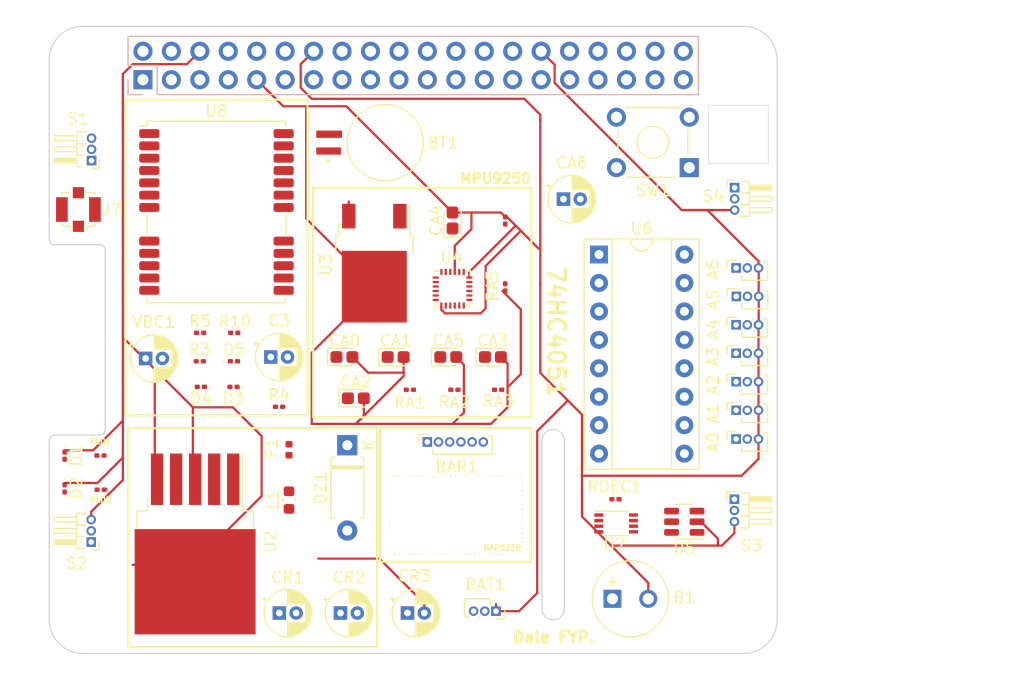
<source format=kicad_pcb>
(kicad_pcb (version 20221018) (generator pcbnew)
  (title_block (date "15 nov 2012"))
  (layers (0 "F.Cu" power) (1 "In1.Cu" power) (2 "In2.Cu" signal) (31 "B.Cu" signal) (34 "B.Paste" user) (35 "F.Paste" user) (36 "B.SilkS" user "B.Silkscreen") (37 "F.SilkS" user "F.Silkscreen") (38 "B.Mask" user) (39 "F.Mask" user) (44 "Edge.Cuts" user))
  (net 0 "")
  (net 1 "/GPIO[2]{slash}SDA1")
  (net 2 "/GPIO[3]{slash}SCL1")
  (net 3 "/GPIO[4]{slash}GPCLK0")
  (net 4 "/GPIO[14]{slash}TXD0")
  (net 5 "/GPIO[15]{slash}RXD0")
  (net 6 "/GPIO[17]")
  (net 7 "/GPIO[18]{slash}PCM.CLK")
  (net 8 "/GPIO[27]")
  (net 9 "/GPIO[22]")
  (net 10 "/GPIO[23]")
  (net 11 "/GPIO[24]")
  (net 12 "/GPIO[10]{slash}SPI0.MOSI")
  (net 13 "/GPIO[9]{slash}SPI0.MISO")
  (net 14 "Net-(AE2-A)")
  (net 15 "/GPIO[11]{slash}SPI0.SCLK")
  (net 16 "/GPIO[8]{slash}SPI0.CE0")
  (net 17 "/GPIO[7]{slash}SPI0.CE1")
  (net 18 "/ID_SDA")
  (net 19 "/ID_SCL")
  (net 20 "/GPIO[5]")
  (net 21 "/GPIO[6]")
  (net 22 "/GPIO[12]{slash}PWM0")
  (net 23 "/GPIO[13]{slash}PWM1")
  (net 24 "/GPIO[19]{slash}PCM.FS")
  (net 25 "/GPIO[26]")
  (net 26 "NEG_OUT")
  (net 27 "VCC")
  (net 28 "S0")
  (net 29 "+5V")
  (net 30 "+3V3")
  (net 31 "S1")
  (net 32 "Net-(U4-REGOUT)")
  (net 33 "POS_OUT")
  (net 34 "Net-(U7-VCCB)")
  (net 35 "+3.3V")
  (net 36 "S2")
  (net 37 "Net-(D1-A)")
  (net 38 "SCL")
  (net 39 "SDA")
  (net 40 "CS")
  (net 41 "ADO")
  (net 42 "FSYNC")
  (net 44 "INT")
  (net 46 "Net-(D2-A)")
  (net 47 "Net-(DZ1-K)")
  (net 51 "SCLK_ADC")
  (net 52 "Net-(RDEC1-Pad2)")
  (net 54 "CS1")
  (net 57 "Net-(U5-AIN)")
  (net 58 "VBACKUP")
  (net 69 "LVLSHIFT")
  (net 73 "Net-(U7-DIR)")
  (net 75 "D_SEL")
  (net 76 "TIMEPULSE")
  (net 77 "RST")
  (net 78 "LNA_EN")
  (net 79 "Net-(U8-SDA{slash}~{SPI_CS})")
  (net 80 "Net-(U8-SCL{slash}SPI_CLK)")
  (net 81 "Net-(U8-TXD{slash}SPI_MISO)")
  (net 82 "Net-(U8-RXD{slash}SPI_MOSI)")
  (net 86 "Net-(D3-A)")
  (net 87 "Net-(D4-A)")
  (net 88 "Net-(D5-K)")
  (net 89 "Net-(A_0-Pin_1)")
  (net 92 "Net-(BAT1-Pin_2)")
  (footprint "LED_SMD:LED_0201_0603Metric" (layer "F.Cu") (at 113.538 76.2 180)
    (fp_text reference "D4")
    (fp_text value "PWR")
  )
  (footprint "MountingHole:MountingHole_2.7mm_M2.5" (layer "F.Cu") (at 161.5 47.5)
    (fp_text reference "MH2" hide)
    (fp_text value "MountingHole_2.7mm_M2.5" hide)
  )
  (footprint "Connector_PinHeader_1.00mm:PinHeader_1x03_P1.00mm_Horizontal" (layer "F.Cu") (at 103.782099 55.991 180)
    (fp_text reference "S1")
    (fp_text value "Conn_01x03_Male")
  )
  (footprint "Resistor_SMD:R_0201_0603Metric" (layer "F.Cu") (at 120.523 77.978)
    (fp_text reference "R4")
    (fp_text value "220")
  )
  (footprint "Fuse:Fuse_0402_1005Metric" (layer "F.Cu") (at 121.412 81.811 90)
    (fp_text reference "F1")
    (fp_text value "5A")
  )
  (footprint "Resistor_SMD:R_0201_0603Metric" (layer "F.Cu") (at 140.716 67.31 -90)
    (fp_text reference "RA5")
    (fp_text value "10k")
  )
  (footprint "Resistor_SMD:R_0201_0603Metric" (layer "F.Cu") (at 132.207 76.454)
    (fp_text reference "RA1")
    (fp_text value "10k")
  )
  (footprint "Connector_Coaxial:U.FL_Molex_MCRF_73412-0110_Vertical" (layer "F.Cu") (at 102.608458 60.362031)
    (fp_text reference "J7")
    (fp_text value "Conn_Coaxial")
  )
  (footprint "Button_Switch_THT:SW_TH_Tactile_Omron_B3F-10xx" (layer "F.Cu") (at 157.156447 56.618791 180)
    (fp_text reference "SW1")
    (fp_text value "SW_Push")
  )
  (footprint "LED_SMD:LED_0201_0603Metric" (layer "F.Cu") (at 101.376881 85.263732 -90)
    (fp_text reference "D2")
    (fp_text value "LED")
  )
  (footprint "Connector_PinSocket_1.00mm:PinSocket_1x03_P1.00mm_Vertical" (layer "F.Cu") (at 161.337858 78.283825 90)
    (fp_text reference "A1")
    (fp_text value "Conn_01x03_Female")
  )
  (footprint "Inductor_SMD:L_0603_1608Metric" (layer "F.Cu") (at 121.412 86.308105 90)
    (fp_text reference "L1")
    (fp_text value "INDUCTOR")
  )
  (footprint "Resistor_SMD:R_0201_0603Metric" (layer "F.Cu") (at 136.18 76.454 180)
    (fp_text reference "RA2")
    (fp_text value "10k")
  )
  (footprint "Connector_PinSocket_1.00mm:PinSocket_1x03_P1.00mm_Vertical" (layer "F.Cu") (at 161.353858 68.117825 90)
    (fp_text reference "A5")
    (fp_text value "Conn_01x03_Female")
  )
  (footprint "Capacitor_THT:CP_Radial_D4.0mm_P1.50mm" (layer "F.Cu") (at 108.609 73.66)
    (fp_text reference "VBC1")
    (fp_text value "100nF")
  )
  (footprint "RF_GPS:ublox_NEO" (layer "F.Cu") (at 114.935 60.579)
    (fp_text reference "U8")
    (fp_text value "NEO-M8N")
  )
  (footprint "Capacitor_THT:CP_Radial_D4.0mm_P1.50mm" (layer "F.Cu") (at 120.547 96.393)
    (fp_text reference "CR1")
    (fp_text value "100uF")
  )
  (footprint "Connector_PinSocket_1.00mm:PinSocket_1x03_P1.00mm_Vertical" (layer "F.Cu") (at 161.337858 73.197825 90)
    (fp_text reference "A3")
    (fp_text value "Conn_01x03_Female")
  )
  (footprint "Resistor_SMD:R_0201_0603Metric" (layer "F.Cu") (at 116.52 71.374)
    (fp_text reference "R10")
    (fp_text value "1k")
  )
  (footprint "Connector_PinHeader_1.00mm:PinHeader_1x03_P1.00mm_Horizontal" (layer "F.Cu") (at 103.748507 90.055318 180)
    (fp_text reference "S2")
    (fp_text value "Conn_01x03_Male")
  )
  (footprint "Resistor_SMD:R_0201_0603Metric" (layer "F.Cu") (at 113.447 73.914)
    (fp_text reference "R3")
    (fp_text value "2.2k")
  )
  (footprint "Connector_PinHeader_1.00mm:PinHeader_1x03_P1.00mm_Horizontal" (layer "F.Cu") (at 161.205048 58.410102)
    (fp_text reference "S4")
    (fp_text value "Conn_01x03_Male")
  )
  (footprint "Capacitor_THT:CP_Radial_D4.0mm_P1.50mm" (layer "F.Cu") (at 126.008 96.393)
    (fp_text reference "CR2")
    (fp_text value "100uF")
  )
  (footprint "Capacitor_Tantalum_SMD:CP_EIA-1608-08_AVX-J" (layer "F.Cu") (at 127.381 77.216)
    (fp_text reference "CA2")
    (fp_text value "100nF")
  )
  (footprint "MountingHole:MountingHole_2.7mm_M2.5" (layer "F.Cu") (at 103.5 96.5)
    (fp_text reference "MH3" hide)
    (fp_text value "MountingHole_2.7mm_M2.5" hide)
  )
  (footprint "Sensor_Motion:InvenSense_QFN-24_3x3mm_P0.4mm" (layer "F.Cu") (at 136.017 67.437)
    (fp_text reference "U4")
    (fp_text value "MPU-9250")
  )
  (footprint "Capacitor_Tantalum_SMD:CP_EIA-1608-08_AVX-J" (layer "F.Cu") (at 139.6225 73.533)
    (fp_text reference "CA3")
    (fp_text value "10nF")
  )
  (footprint "Package_TO_SOT_SMD:TSOT-23-6" (layer "F.Cu") (at 156.710012 88.239879 180)
    (fp_text reference "U5")
    (fp_text value "ADS7866")
  )
  (footprint "Resistor_SMD:R_0201_0603Metric" (layer "F.Cu") (at 113.477 71.374)
    (fp_text reference "R5")
    (fp_text value "220")
  )
  (footprint "Capacitor_THT:CP_Radial_D4.0mm_P1.50mm" (layer "F.Cu") (at 131.992401 96.393)
    (fp_text reference "CR3")
    (fp_text value "1000uF")
  )
  (footprint "Capacitor_Tantalum_SMD:CP_EIA-1608-08_AVX-J" (layer "F.Cu") (at 136.017 61.341 90)
    (fp_text reference "CA4")
    (fp_text value "100nF")
  )
  (footprint "MountingHole:MountingHole_2.7mm_M2.5" (layer "F.Cu") (at 103.5 47.5)
    (fp_text reference "MH1" hide)
    (fp_text value "MountingHole_2.7mm_M2.5" hide)
  )
  (footprint "Package_SO:VSSOP-8_2.3x2mm_P0.5mm" (layer "F.Cu") (at 150.622 88.392)
    (fp_text reference "U7")
    (fp_text value "74LVC2T45DC")
  )
  (footprint "LED_SMD:LED_0201_0603Metric" (layer "F.Cu") (at 101.376881 82.342732 -90)
    (fp_text reference "D1")
    (fp_text value "LED")
  )
  (footprint "Package_DIP:DIP-16_W7.62mm_Socket" (layer "F.Cu") (at 149.098 64.379)
    (fp_text reference "U6")
    (fp_text value "74HC4051")
  )
  (footprint "Package_TO_SOT_SMD:TO-263-5_TabPin3" (layer "F.Cu") (at 113.03 90.224 -90)
    (fp_text reference "U2")
    (fp_text value "LM2576HVS-5")
  )
  (footprint "Resistor_SMD:R_0201_0603Metric" (layer "F.Cu") (at 140.716 61.341 90)
    (fp_text reference "RA4" hide)
    (fp_text value "10k")
  )
  (footprint "Connector_PinSocket_1.00mm:PinSocket_1x03_P1.00mm_Vertical" (layer "F.Cu") (at 161.337858 75.737825 90)
    (fp_text reference "A2")
    (fp_text value "Conn_01x03_Female")
  )
  (footprint "Resistor_SMD:R_0201_0603Metric" (layer "F.Cu") (at 140.081 76.454 180)
    (fp_text reference "RA3")
    (fp_text value "10k")
  )
  (footprint "Resistor_SMD:R_0201_0603Metric" (layer "F.Cu") (at 150.561 86.233 180)
    (fp_text reference "RDEC1")
    (fp_text value "1k")
  )
  (footprint "Connector_PinSocket_1.00mm:PinSocket_1x06_P1.00mm_Vertical" (layer "F.Cu") (at 133.763 81.117 90)
    (fp_text reference "BAR1")
    (fp_text value "PinSocket_1x06_P1.00mm_Vertical")
  )
  (footprint "MountingHole:MountingHole_2.7mm_M2.5" (layer "F.Cu") (at 161.5 96.5)
    (fp_text reference "MH4" hide)
    (fp_text value "MountingHole_2.7mm_M2.5" hide)
  )
  (footprint "Connector_PinSocket_1.00mm:PinSocket_1x03_P1.00mm_Vertical" (layer "F.Cu") (at 161.337858 65.577825 90)
    (fp_text reference "A6")
    (fp_text value "Conn_01x03_Female")
  )
  (footprint "MS621FE-FL11E:BAT_MS621FE-FL11E" (layer "F.Cu") (at 129.998876 54.388113 180)
    (fp_text reference "BT1")
    (fp_text value "MS621FE-FL11E")
  )
  (footprint "Diode_THT:D_A-405_P7.62mm_Horizontal" (layer "F.Cu") (at 126.619 81.407 -90)
    (fp_text reference "DZ1")
    (fp_text value "D_Zener")
  )
  (footprint "Connector_PinSocket_1.00mm:PinSocket_1x03_P1.00mm_Vertical" (layer "F.Cu") (at 161.337858 80.853825 90)
    (fp_text reference "A0")
    (fp_text value "Conn_01x03_Female")
  )
  (footprint "Diode_SMD:D_0201_0603Metric" (layer "F.Cu") (at 116.495 73.914)
    (fp_text reference "D5")
    (fp_text value "D_Zener")
  )
  (footprint "Capacitor_THT:CP_Radial_D4.0mm_P1.50mm" (layer "F.Cu") (at 119.785 73.533)
    (fp_text reference "C3")
    (fp_text value "1uF")
  )
  (footprint "Connector_PinSocket_1.00mm:PinSocket_1x03_P1.00mm_Vertical" (layer "F.Cu") (at 139.894024 96.226839 -90)
    (fp_text reference "BAT1")
    (fp_text value "Conn_01x03_Socket")
  )
  (footprint "Connector_PinHeader_1.00mm:PinHeader_1x03_P1.00mm_Horizontal" (layer "F.Cu") (at 161.185 86.233)
    (fp_text reference "S3")
    (fp_text value "Conn_01x03_Male")
  )
  (footprint "Capacitor_Tantalum_SMD:CP_EIA-1608-08_AVX-J" (layer "F.Cu") (at 135.636 73.533)
    (fp_text reference "CA5")
    (fp_text value "100nF")
  )
  (footprint "Buzzer_Beeper:MagneticBuzzer_Kingstate_KCG0601" (layer "F.Cu") (at 150.292 95.123)
    (fp_text reference "B1")
    (fp_text value "Buzzer")
  )
  (footprint "Capacitor_THT:CP_Radial_D4.0mm_P1.50mm" (layer "F.Cu") (at 145.923772 59.431567)
    (fp_text reference "CA6")
    (fp_text value "4.7uF")
  )
  (footprint "Capacitor_Tantalum_SMD:CP_EIA-1608-08_AVX-J" (layer "F.Cu") (at 130.937 73.533)
    (fp_text reference "CA1")
    (fp_text value "10uF")
  )
  (footprint "Resistor_SMD:R_0201_0603Metric" (layer "F.Cu") (at 104.598974 85.380342 180)
    (fp_text reference "RLD2")
    (fp_text value "1k")
  )
  (footprint "Capacitor_Tantalum_SMD:CP_EIA-1608-08_AVX-J" (layer "F.Cu") (at 126.365 73.533)
    (fp_text reference "CA0")
    (fp_text value "4.7uF")
  )
  (footprint "LED_SMD:LED_0201_0603Metric" (layer "F.Cu") (at 116.459 76.2 180)
    (fp_text reference "D3")
    (fp_text value "ACT")
  )
  (footprint "Package_TO_SOT_SMD:TO-252-2" (layer "F.Cu") (at 129.032 65.151 -90)
    (fp_text reference "U3")
    (fp_text value "LP38693DT-3.3")
  )
  (footprint "Resistor_SMD:R_0201_0603Metric" (layer "F.Cu") (at 104.576858 82.328268)
    (fp_text reference "RLD1")
    (fp_text value "1k")
  )
  (footprint "Connector_PinSocket_1.00mm:PinSocket_1x03_P1.00mm_Vertical" (layer "F.Cu") (at 161.337858 70.657825 90)
    (fp_text reference "A4")
    (fp_text value "Conn_01x03_Female")
  )
  (footprint "Connector_PinSocket_2.54mm:PinSocket_2x20_P2.54mm_Vertical" (layer "B.Cu") (at 108.37 48.77 -90)
    (fp_text reference "J1" hide)
    (fp_text value "GPIO")
  )
  (gr_rect (start 123.571 58.42) (end 143.053 78.918) (stroke (width 0.2)) (fill none) (layer "F.SilkS"))
  (gr_rect (start 107.061 79.883) (end 129.286 99.441) (stroke (width 0.2)) (fill none) (layer "F.SilkS"))
  (gr_rect (start 129.54 79.883) (end 143.002 91.821) (stroke (width 0.2)) (fill none) (layer "F.SilkS"))
  (gr_rect (start 130.392784 84.189712) (end 142.205031 91.140224) (stroke (width 0.1) (type dot)) (fill none) (layer "F.SilkS"))
  (gr_rect (start 106.807 50.546) (end 123.063 78.74) (stroke (width 0.2)) (fill none) (layer "F.SilkS"))
  (gr_arc (start 100.5 63.5) (mid 100.146447 63.353553) (end 100 63) (stroke (width 0.1)) (layer "Edge.Cuts"))
  (gr_arc (start 162 44) (mid 164.12132 44.87868) (end 165 47) (stroke (width 0.1)) (layer "Edge.Cuts"))
  (gr_line (start 165 97) (end 165 47) (stroke (width 0.1)) (layer "Edge.Cuts"))
  (gr_line (start 100 47) (end 100 63) (stroke (width 0.1)) (layer "Edge.Cuts"))
  (gr_line (start 146 81) (end 146 96) (stroke (width 0.1)) (layer "Edge.Cuts"))
  (gr_line (start 144 96) (end 144 81) (stroke (width 0.1)) (layer "Edge.Cuts"))
  (gr_arc (start 103 100) (mid 100.87868 99.12132) (end 100 97) (stroke (width 0.1)) (layer "Edge.Cuts"))
  (gr_line (start 103 100) (end 162 100) (stroke (width 0.1)) (layer "Edge.Cuts"))
  (gr_line (start 104.5 80.5) (end 100.5 80.5) (stroke (width 0.1)) (layer "Edge.Cuts"))
  (gr_rect (start 158.877 51.054) (end 164.211 56.261) (stroke (width 0.05)) (fill none) (layer "Edge.Cuts"))
  (gr_arc (start 144 81) (mid 145 80) (end 146 81) (stroke (width 0.1)) (layer "Edge.Cuts"))
  (gr_arc (start 100 81) (mid 100.146138 80.646755) (end 100.499127 80.500001) (stroke (width 0.1)) (layer "Edge.Cuts"))
  (gr_arc (start 165 97) (mid 164.12132 99.12132) (end 162 100) (stroke (width 0.1)) (layer "Edge.Cuts"))
  (gr_line (start 105 64) (end 105 80) (stroke (width 0.1)) (layer "Edge.Cuts"))
  (gr_arc (start 100 47) (mid 100.87868 44.87868) (end 103 44) (stroke (width 0.1)) (layer "Edge.Cuts"))
  (gr_arc (start 146 96) (mid 145 97) (end 144 96) (stroke (width 0.1)) (layer "Edge.Cuts"))
  (gr_line (start 100 81) (end 100 97) (stroke (width 0.1)) (layer "Edge.Cuts"))
  (gr_line (start 100.5 63.5) (end 104.5 63.5) (stroke (width 0.1)) (layer "Edge.Cuts"))
  (gr_arc (start 105 80) (mid 104.853553 80.353553) (end 104.5 80.5) (stroke (width 0.1)) (layer "Edge.Cuts"))
  (gr_arc (start 104.5 63.5) (mid 104.853553 63.646447) (end 105 64) (stroke (width 0.1)) (layer "Edge.Cuts"))
  (gr_line (start 162 44) (end 103 44) (stroke (width 0.1)) (layer "Edge.Cuts"))
  (gr_text "MPU9250" (at 136.535741 58.111983) (layer "F.SilkS") (effects (font (size 0.9 0.9) (thickness 0.225) bold) (justify left bottom)))
  (gr_text "Dale FYP." (at 145.034 98.552) (layer "F.SilkS") (effects (font (size 1 1) (thickness 0.25))))
  (gr_text "BAR9250" (at 140.462 90.551) (layer "F.SilkS") (effects (font (size 0.5 0.5) (thickness 0.125))))
  (gr_text "74HC4051\n" (at 144.399 65.278 -90) (layer "F.SilkS") (effects (font (size 1.5 1.5) (thickness 0.3) bold) (justify left bottom)))
  (segment (start 103.931709 81.857732) (end 106.485291 79.30415) (width 0.2) (layer "F.Cu") (net 26))
  (segment (start 140.3235 60.6285) (end 140.716 61.021) (width 0.2) (layer "F.Cu") (net 26))
  (segment (start 141.263 62.191) (end 141.652343 61.801657) (width 0.2) (layer "F.Cu") (net 26))
  (segment (start 112.827 92.087) (end 118.96821 85.94579) (width 0.2) (layer "F.Cu") (net 26))
  (segment (start 103.748507 87.346494) (end 103.748507 88.055318) (width 0.2) (layer "F.Cu") (net 26))
  (segment (start 150.167777 90.370861) (end 149.737586 89.940669) (width 0.2) (layer "F.Cu") (net 26))
  (segment (start 153.492 93.695084) (end 150.167777 90.370861) (width 0.2) (layer "F.Cu") (net 26))
  (segment (start 142.113 75.057) (end 141.009 76.161) (width 0.2) (layer "F.Cu") (net 26))
  (segment (start 163.337858 78.283825) (end 163.337858 80.853825) (width 0.2) (layer "F.Cu") (net 26))
  (segment (start 142.113 69.469) (end 142.113 75.057) (width 0.2) (layer "F.Cu") (net 26))
  (segment (start 159.598898 90.370861) (end 150.167777 90.370861) (width 0.2) (layer "F.Cu") (net 26))
  (segment (start 137.03 78.489) (end 136.017 79.502) (width 0.2) (layer "F.Cu") (net 26))
  (segment (start 153.492 95.123) (end 153.492 93.695084) (width 0.2) (layer "F.Cu") (net 26))
  (segment (start 139.894024 96.226839) (end 139.894024 95.601839) (width 0.2) (layer "F.Cu") (net 26))
  (segment (start 129.032 67.251) (end 129.032 67.551) (width 0.2) (layer "F.Cu") (net 26))
  (segment (start 163.353858 68.117825) (end 163.353858 70.641825) (width 0.2) (layer "F.Cu") (net 26))
  (segment (start 137.517 66.437) (end 137.517 65.937) (width 0.2) (layer "F.Cu") (net 26))
  (segment (start 140.716 61.021) (end 140.871685 61.021) (width 0.2) (layer "F.Cu") (net 26))
  (segment (start 128.4745 74.93) (end 131.572 74.93) (width 0.2) (layer "F.Cu") (net 26))
  (segment (start 141.652343 61.801657) (end 142.113 62.262315) (width 0.2) (layer "F.Cu") (net 26))
  (segment (start 131.6495 75.2335) (end 127.381 79.502) (width 0.2) (layer "F.Cu") (net 26))
  (segment (start 163.353858 65.593825) (end 163.337858 65.577825) (width 0.2) (layer "F.Cu") (net 26))
  (segment (start 163.337858 75.737825) (end 163.337858 78.283825) (width 0.2) (layer "F.Cu") (net 26))
  (segment (start 131.6495 74.8525) (end 131.6495 75.2335) (width 0.2) (layer "F.Cu") (net 26))
  (segment (start 107.46 47.38) (end 112.3 47.38) (width 0.2) (layer "F.Cu") (net 26))
  (segment (start 147.57487 78.675501) (end 147.57487 81.122517) (width 0.2) (layer "F.Cu") (net 26))
  (segment (start 157.847512 88.239879) (end 158.196408 88.239879) (width 0.2) (layer "F.Cu") (net 26))
  (segment (start 101.376881 81.857732) (end 103.931709 81.857732) (width 0.2) (layer "F.Cu") (net 26))
  (segment (start 163.353858 70.641825) (end 163.337858 70.657825) (width 0.2) (layer "F.Cu") (net 26))
  (segment (start 106.576755 52.060651) (end 106.576755 48.263245) (width 0.2) (layer "F.Cu") (net 26))
  (segment (start 143.85 52.484866) (end 143.85 52.288912) (width 0.2) (layer "F.Cu") (net 26))
  (segment (start 143.85 74.392737) (end 143.85 70.292403) (width 0.2) (layer "F.Cu") (net 26))
  (segment (start 141.951187 96.226839) (end 143.575663 94.602362) (width 0.2) (layer "F.Cu") (net 26))
  (segment (start 133.492401 96.393) (end 133.492401 95.544472) (width 0.2) (layer "F.Cu") (net 26))
  (segment (start 104.307012 84.778732) (end 106.576755 82.508989) (width 0.2) (layer "F.Cu") (net 26))
  (segment (start 101.376881 84.778732) (end 104.307012 84.778732) (width 0.2) (layer "F.Cu") (net 26))
  (segment (start 118.842426 80.465427) (end 116.400622 78.023622) (width 0.2) (layer "F.Cu") (net 26))
  (segment (start 161.185 89.259755) (end 160.073894 90.370861) (width 0.2) (layer "F.Cu") (net 26))
  (segment (start 137.704089 60.6285) (end 140.3235 60.6285) (width 0.2) (layer "F.Cu") (net 26))
  (segment (start 138.966903 69.192438) (end 138.966903 65.408412) (width 0.2) (layer "F.Cu") (net 26))
  (segment (start 145.130568 49.056914) (end 145.130568 47.430568) (width 0.2) (layer "F.Cu") (net 26))
  (segment (start 118.96821 80.591211) (end 118.842426 80.465427) (width 0.2) (layer "F.Cu") (net 26))
  (segment (start 159.719379 89.76285) (end 159.719379 90.250379) (width 0.2) (layer "F.Cu") (net 26))
  (segment (start 139.894024 96.226839) (end 141.951187 96.226839) (width 0.2) (layer "F.Cu") (net 26))
  (segment (start 147.57487 84.13398) (end 147.57487 84.534537) (width 0.2) (layer "F.Cu") (net 26))
  (segment (start 163.337858 64.976785) (end 158.771176 60.410102) (width 0.2) (layer "F.Cu") (net 26))
  (segment (start 143.852121 66.955) (end 143.85 66.957121) (width 0.2) (layer "F.Cu") (net 26))
  (segment (start 137.704089 62.106728) (end 137.704089 60.6285) (width 0.2) (layer "F.Cu") (net 26))
  (segment (start 143.85 74.839521) (end 143.85 74.392737) (width 0.2) (layer "F.Cu") (net 26))
  (segment (start 141.009 76.161) (end 140.931 76.161) (width 0.2) (layer "F.Cu") (net 26))
  (segment (start 156.483756 60.410102) (end 145.130568 49.056914) (width 0.2) (layer "F.Cu") (net 26))
  (segment (start 129.481369 91.53344) (end 124.020369 91.53344) (width 0.2) (layer "F.Cu") (net 26))
  (segment (start 135.017 68.937) (end 135.017 69.306975) (width 0.2) (layer "F.Cu") (net 26))
  (segment (start 116.400622 78.023622) (end 112.827 78.023622) (width 0.2) (layer "F.Cu") (net 26))
  (segment (start 158.771176 60.410102) (end 157.005712 60.410102) (width 0.2) (layer "F.Cu") (net 26))
  (segment (start 112.827 78.023622) (end 109.427 74.623622) (width 0.2) (layer "F.Cu") (net 26))
  (segment (start 135.339686 69.629661) (end 138.52968 69.629661) (width 0.2) (layer "F.Cu") (net 26))
  (segment (start 122.46 49.486346) (end 122.46 47.38) (width 0.2) (layer "F.Cu") (net 26))
  (segment (start 143.85 52.288912) (end 143.85 52.260956) (width 0.2) (layer "F.Cu") (net 26))
  (segment (start 106.576755 82.508989) (end 106.576755 84.518246) (width 0.2) (layer "F.Cu") (net 26))
  (segment (start 161.83402 84.13398) (end 163.337858 82.630142) (width 0.2) (layer "F.Cu") (net 26))
  (segment (start 149.737586 89.940669) (end 149.659 89.862084) (width 0.2) (layer "F.Cu") (net 26))
  (segment (start 122.946709 61.165709) (end 122.946709 51.138667) (width 0.2) (layer "F.Cu") (net 26))
  (segment (start 138.52968 69.629661) (end 138.966903 69.192438) (width 0.2) (layer "F.Cu") (net 26))
  (segment (start 120.381522 50.621523) (end 119.423607 49.663608) (width 0.2) (layer "F.Cu") (net 26))
  (segment (start 157.005712 60.410102) (end 156.483756 60.410102) (width 0.2) (layer "F.Cu") (net 26))
  (segment (start 129.032 67.551) (end 123.444 73.139) (width 0.2) (layer "F.Cu") (net 26))
  (segment (start 106.576755 79.30415) (end 106.576755 82.508989) (width 0.2) (layer "F.Cu") (net 26))
  (segment (start 146.268634 77.456901) (end 146.268634 77.369266) (width 0.2) (layer "F.Cu") (net 26))
  (segment (start 143.575663 94.602362) (end 143.575663 80.149872) (width 0.2) (layer "F.Cu") (net 26))
  (segment (start 163.337858 65.577825) (end 163.337858 64.976785) (width 0.2) (layer "F.Cu") (net 26))
  (segment (start 119.423607 49.663608) (end 118.53 48.77) (width 0.2) (layer "F.Cu") (net 26))
  (segment (start 123.444 79.502) (end 127.381 79.502) (width 0.2) (layer "F.Cu") (net 26))
  (segment (start 106.485291 79.30415) (end 106.576755 79.30415) (width 0.2) (layer "F.Cu") (net 26))
  (segment (start 163.353858 68.117825) (end 163.353858 65.593825) (width 0.2) (layer "F.Cu") (net 26))
  (segment (start 143.85 51.894936) (end 143.85 52.484866) (width 0.2) (layer "F.Cu") (net 26))
  (segment (start 163.337858 82.630142) (end 163.337858 80.853825) (width 0.2) (layer "F.Cu") (net 26))
  (segment (start 118.96821 85.94579) (end 118.96821 84.730388) (width 0.2) (layer "F.Cu") (net 26))
  (segment (start 147.57487 81.122517) (end 147.57487 84.13398) (width 0.2) (layer "F.Cu") (net 26))
  (segment (start 159.719379 90.250379) (end 159.598898 90.370861) (width 0.2) (layer "F.Cu") (net 26))
  (segment (start 128.0935 77.216) (end 128.0935 78.7895) (width 0.2) (layer "F.Cu") (net 26))
  (segment (start 149.737586 89.940669) (end 147.57487 87.777953) (width 0.2) (layer "F.Cu") (net 26))
  (segment (start 143.575663 80.149872) (end 146.268634 77.456901) (width 0.2) (layer "F.Cu") (net 26))
  (segment (start 138.966903 65.408412) (end 142.113 62.262315) (width 0.2) (layer "F.Cu") (net 26))
  (segment (start 106.576755 71.773377) (end 106.576755 79.30415) (width 0.2) (layer "F.Cu") (net 26))
  (segment (start 120.898667 51.138667) (end 119.423607 49.663608) (width 0.2) (layer "F.Cu") (net 26))
  (segment (start 147.57487 78.675501) (end 146.268634 77.369266) (width 0.2) (layer "F.Cu") (net 26))
  (segment (start 137.517 65.937) (end 141.263 62.191) (width 0.2) (layer "F.Cu") (net 26))
  (segment (start 133.492401 95.544472) (end 130.354618 92.40669) (width 0.2) (layer "F.Cu") (net 26))
  (segment (start 147.57487 87.777953) (end 147.57487 84.534537) (width 0.2) (layer "F.Cu") (net 26))
  (segment (start 145.130568 47.430568) (end 143.93 46.23) (width 0.2) (layer "F.Cu") (net 26))
  (segment (start 160.073894 90.370861) (end 159.598898 90.370861) (width 0.2) (layer "F.Cu") (net 26))
  (segment (start 118.96821 84.730388) (end 118.96821 80.591211) (width 0.2) (layer "F.Cu") (net 26))
  (segment (start 109.427 82.937) (end 109.427 74.623622) (width 0.2) (layer "F.Cu") (net 26))
  (segment (start 112.3 47.38) (end 113.45 46.23) (width 0.2) (layer "F.Cu") (net 26))
  (segment (start 161.185 88.233) (end 161.185 89.259755) (width 0.2) (layer "F.Cu") (net 26))
  (segment (start 127.0775 73.533) (end 128.4745 74.93) (width 0.2) (layer "F.Cu") (net 26))
  (segment (start 142.432037 50.476973) (end 123.450627 50.476973) (width 0.2) (layer "F.Cu") (net 26))
  (segment (start 143.85 70.292403) (end 143.85 66.957121) (width 0.2) (layer "F.Cu") (net 26))
  (segment (start 122.946709 51.138667) (end 120.898667 51.138667) (width 0.2) (layer "F.Cu") (net 26))
  (segment (start 158.196408 88.239879) (end 159.719379 89.76285) (width 0.2) (layer "F.Cu") (net 26))
  (segment (start 140.931 76.161) (end 140.931 78.017) (width 0.2) (layer "F.Cu") (net 26))
  (segment (start 106.576755 84.518246) (end 103.748507 87.346494) (width 0.2) (layer "F.Cu") (net 26))
  (segment (start 140.335 73.533) (end 140.931 74.129) (width 0.2) (layer "F.Cu") (net 26))
  (segment (start 131.572 74.93) (end 131.6495 74.8525) (width 0.2) (layer "F.Cu") (net 26))
  (segment (start 106.576755 52.556996) (end 106.576755 52.060651) (width 0.2) (layer "F.Cu") (net 26))
  (segment (start 128.0935 78.7895) (end 127.381 79.502) (width 0.2) (layer "F.Cu") (net 26))
  (segment (start 112.827 82.937) (end 112.827 78.023622) (width 0.2) (layer "F.Cu") (net 26))
  (segment (start 142.432037 50.476973) (end 143.85 51.894936) (width 0.2) (layer "F.Cu") (net 26))
  (segment (start 143.705685 63.855) (end 142.113 62.262315) (width 0.2) (layer "F.Cu") (net 26))
  (segment (start 142.113 69.281) (end 142.113 69.469) (width 0.2) (layer "F.Cu") (net 26))
  (segment (start 163.337858 70.657825) (end 163.337858 73.197825) (width 0.2) (layer "F.Cu") (net 26))
  (segment (start 161.205048 60.410102) (end 157.005712 60.410102) (width 0.2) (layer "F.Cu") (net 26))
  (segment (start 135.017 69.306975) (end 135.339686 69.629661) (width 0.2) (layer "F.Cu") (net 26))
  (segment (start 129.032 67.251) (end 122.946709 61.165709) (width 0.2) (layer "F.Cu") (net 26))
  (segment (start 163.337858 73.197825) (end 163.337858 75.737825) (width 0.2) (layer "F.Cu") (net 26))
  (segment (start 106.576755 48.263245) (end 107.46 47.38) (width 0.2) (layer "F.Cu") (net 26))
  (segment (start 109.427 74.623622) (end 106.576755 71.773377) (width 0.2) (layer "F.Cu") (net 26))
  (segment (start 130.354618 92.40669) (end 129.481369 91.53344) (width 0.2) (layer "F.Cu") (net 26))
  (segment (start 136.217 63.593817) (end 137.704089 62.106728) (width 0.2) (layer "F.Cu") (net 26))
  (segment (start 140.931 78.017) (end 139.446 79.502) (width 0.2) (layer "F.Cu") (net 26))
  (segment (start 140.462 67.63) (end 142.113 69.281) (width 0.2) (layer "F.Cu") (net 26))
  (segment (start 122.46 47.38) (end 123.61 46.23) (width 0.2) (layer "F.Cu") (net 26))
  (segment (start 143.85 66.957121) (end 143.85 52.484866) (width 0.2) (layer "F.Cu") (net 26))
  (segment (start 131.6495 73.533) (end 131.6495 74.8525) (width 0.2) (layer "F.Cu") (net 26))
  (segment (start 140.871685 61.021) (end 141.652343 61.801657) (width 0.2) (layer "F.Cu") (net 26))
  (segment (start 136.3485 73.533) (end 137.03 74.2145) (width 0.2) (layer "F.Cu") (net 26))
  (segment (start 123.444 73.139) (end 123.444 79.502) (width 0.2) (layer "F.Cu") (net 26))
  (segment (start 136.217 65.937) (end 136.217 63.593817) (width 0.2) (layer "F.Cu") (net 26))
  (segment (start 143.85 74.950631) (end 143.85 74.839521) (width 0.2) (layer "F.Cu") (net 26))
  (segment (start 139.446 79.502) (end 136.017 79.502) (width 0.2) (layer "F.Cu") (net 26))
  (segment (start 123.450627 50.476973) (end 122.46 49.486346) (width 0.2) (layer "F.Cu") (net 26))
  (segment (start 126.527168 51.138667) (end 126.606467 51.217966) (width 0.2) (layer "F.Cu") (net 26))
  (segment (start 136.017 79.502) (end 127.381 79.502) (width 0.2) (layer "F.Cu") (net 26))
  (segment (start 136.017 60.6285) (end 137.704089 60.6285) (width 0.2) (layer "F.Cu") (net 26))
  (segment (start 136.017 60.6285) (end 126.606467 51.217966) (width 0.2) (layer "F.Cu") (net 26))
  (segment (start 140.931 74.129) (end 140.931 76.161) (width 0.2) (layer "F.Cu") (net 26))
  (segment (start 146.268634 77.369266) (end 143.85 74.950631) (width 0.2) (layer "F.Cu") (net 26))
  (segment (start 137.03 74.2145) (end 137.03 78.489) (width 0.2) (layer "F.Cu") (net 26))
  (segment (start 122.946709 51.138667) (end 126.527168 51.138667) (width 0.2) (layer "F.Cu") (net 26))
  (segment (start 161.83402 84.13398) (end 147.57487 84.13398) (width 0.2) (layer "F.Cu") (net 26))
  (segment (start 106.576755 71.773377) (end 106.576755 52.060651) (width 0.2) (layer "F.Cu") (net 26))
  (segment (start 112.827 92.087) (end 107.454 92.087) (width 0.2) (layer "F.Cu") (net 26))
  (segment (start 126.752 60.951) (end 126.752 59.651) (width 0.2) (layer "F.Cu") (net 27))
)
</source>
